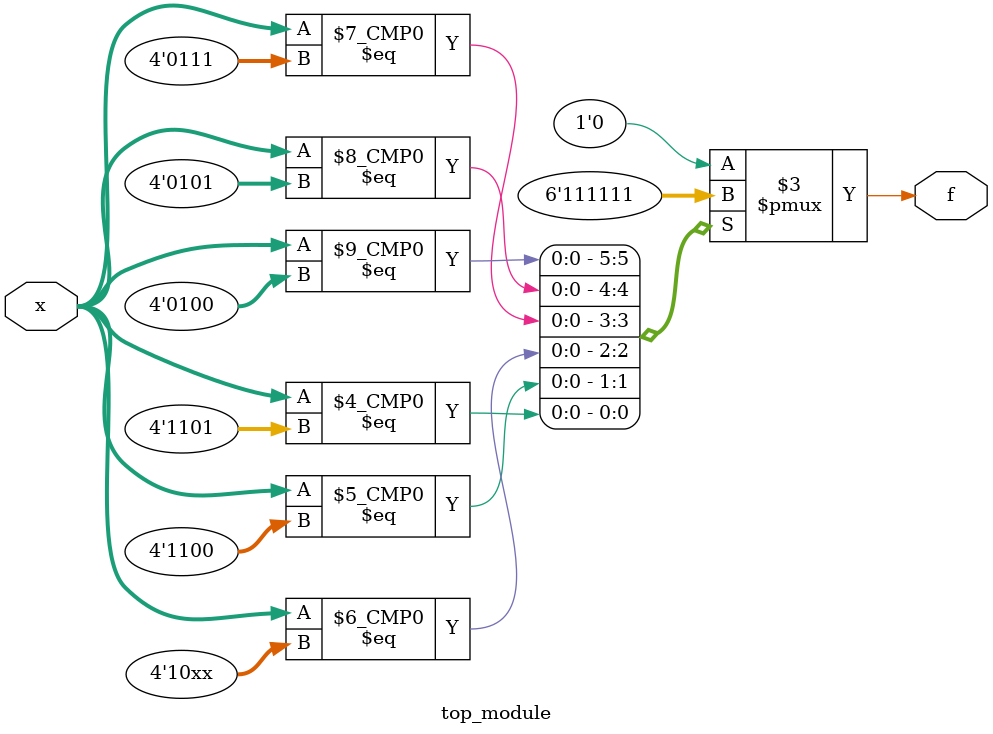
<source format=sv>
module top_module (
	input [4:1] x,
	output logic f
);
	always_comb begin
		case (x)
			4'b00x0: f = 1'b0;
			4'b00x1: f = 1'b0;
			4'b0100: f = 1'b1;
			4'b0101: f = 1'b1;
			4'b0110: f = 1'b0;
			4'b0111: f = 1'b1;
			4'b10xx: f = 1'b1;
			4'b1100: f = 1'b1;
			4'b1101: f = 1'b1;
			default: f = 1'b0;
		endcase
	end
endmodule

</source>
